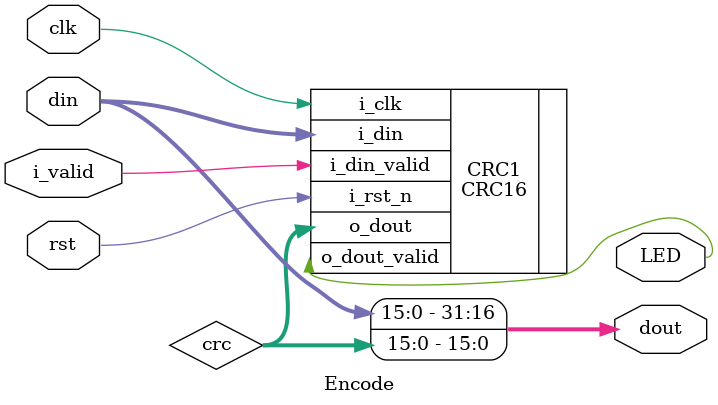
<source format=v>
`timescale 1ns / 1ps


module Encode(
    input wire clk,        //Ê±ÖÓ£»
    input wire rst,        //Í¬²½¸´Î»£»
    input wire i_valid,    //ÊäÈëÊý¾ÝÓÐÐ§£»
    input wire [15:0]din,  //ÊäÈëÊý¾Ý£»
    output wire LED,       //Êä³öCRCÖµÓÐÐ§£»
    output wire [31:0]dout //Êä³öCRC£»
    );
    wire [15:0]crc;
    CRC16 CRC1(
    .i_clk(clk),
    .i_rst_n(rst),
    .i_din_valid(i_valid),
    .i_din(din),
    .o_dout_valid(LED),
    .o_dout(crc)
    );
    assign dout={din , crc};
    
endmodule

</source>
